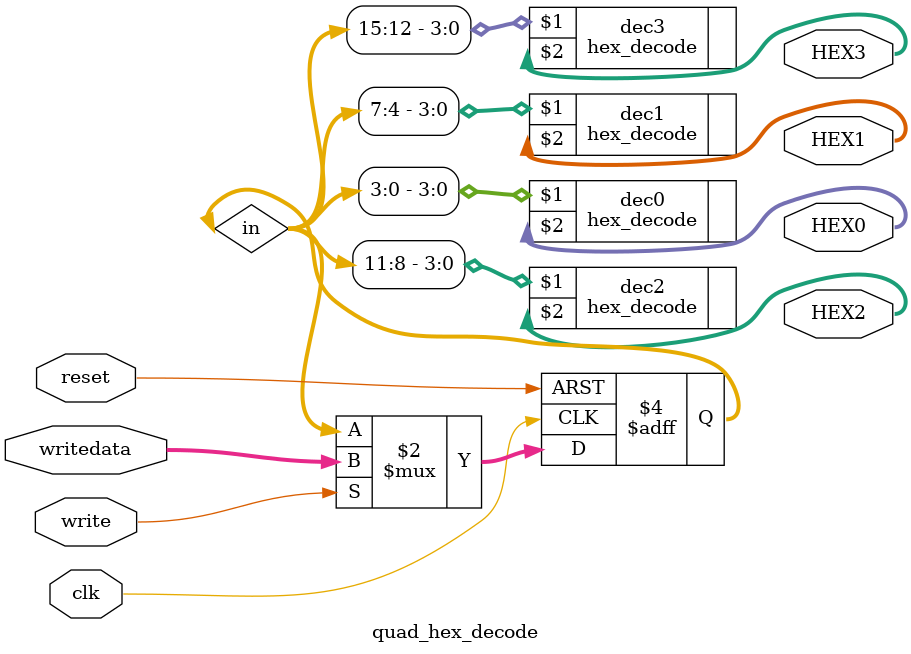
<source format=sv>
module quad_hex_decode
(
	input clk,
	input reset,
	
	input [15:0] writedata,
	input write,
	
	output [6:0] HEX0,
	output [6:0] HEX1,
	output [6:0] HEX2,
	output [6:0] HEX3
);

logic [15:0] in;

always_ff @ (posedge clk or posedge reset) begin
	if (reset) begin
		in <= '0;
	end
	else if (write) begin
		in <= writedata;
	end
end

hex_decode dec0(in[3:0], HEX0);
hex_decode dec1(in[7:4], HEX1);
hex_decode dec2(in[11:8], HEX2);
hex_decode dec3(in[15:12], HEX3);

endmodule

</source>
